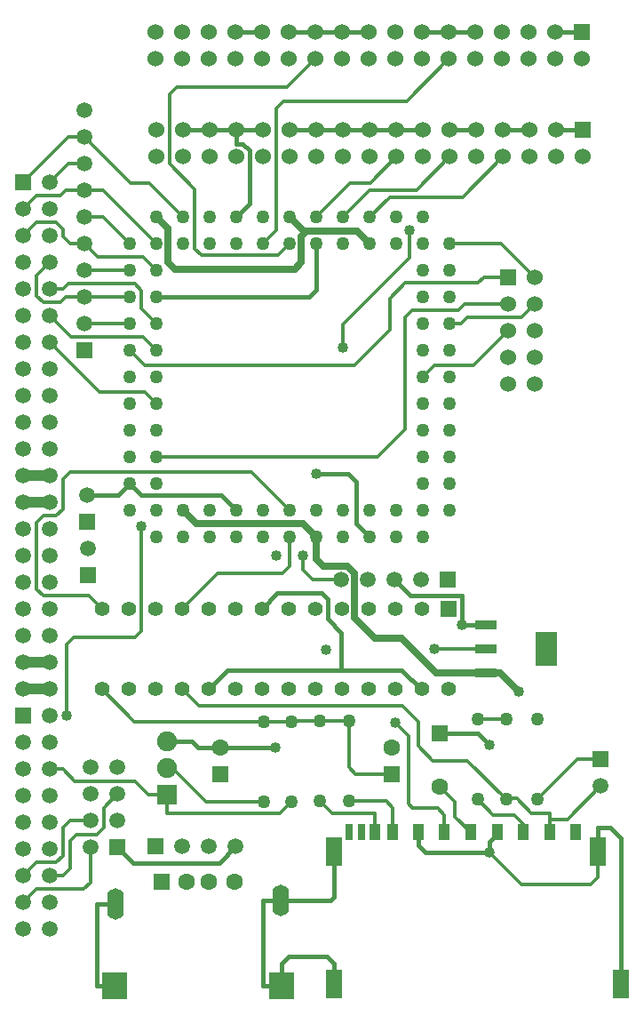
<source format=gbr>
G04 DipTrace 3.0.0.1*
G04 Top.gbr*
%MOIN*%
G04 #@! TF.FileFunction,Copper,L1,Top*
G04 #@! TF.Part,Single*
G04 #@! TA.AperFunction,Conductor*
%ADD13C,0.025*%
G04 #@! TA.AperFunction,ViaPad*
%ADD14C,0.04*%
G04 #@! TA.AperFunction,Conductor*
%ADD15C,0.013*%
%ADD16C,0.017*%
G04 #@! TA.AperFunction,ComponentPad*
%ADD17R,0.062992X0.062992*%
%ADD18C,0.062992*%
%ADD19R,0.059055X0.059055*%
%ADD20C,0.059055*%
%ADD21R,0.027559X0.059055*%
%ADD22R,0.03937X0.059055*%
%ADD23R,0.059055X0.110236*%
G04 #@! TA.AperFunction,ComponentPad*
%ADD24C,0.06*%
%ADD25R,0.06X0.06*%
%ADD26R,0.074803X0.074803*%
%ADD27C,0.074803*%
%ADD28C,0.05*%
%ADD29C,0.05*%
%ADD30C,0.055*%
%ADD33R,0.084646X0.037402*%
%ADD34R,0.084646X0.127953*%
G04 #@! TA.AperFunction,ComponentPad*
%ADD35C,0.062992*%
%ADD36O,0.062992X0.11811*%
%ADD37R,0.094488X0.102362*%
%FSLAX26Y26*%
G04*
G70*
G90*
G75*
G01*
G04 Top*
%LPD*%
X1076667Y2277314D2*
D13*
X1126980Y2227000D1*
X1526980D1*
X1576667Y2177314D1*
X1776667Y3277314D2*
X1729618Y3324362D1*
X1540096D1*
X1521167Y3305433D1*
Y3206814D1*
X1495167Y3180814D1*
X1047167D1*
X1021167Y3206814D1*
Y3332814D1*
X976667Y3377314D1*
X1540096Y3324362D2*
X1529618D1*
X1476667Y3377314D1*
X2212493Y1666762D2*
X2265245D1*
X2335194Y1596814D1*
X1576667Y2177314D2*
Y2093963D1*
X1602667Y2067963D1*
X1692478D1*
X1718478Y2041963D1*
Y1875612D1*
X1797157Y1796932D1*
X1895570D1*
X2025739Y1666762D1*
X2212493D1*
X2076667Y2977314D2*
D15*
X2121167D1*
X2144210Y3000357D1*
X2346196D1*
X2396693Y3050854D1*
X476667Y1607314D2*
D14*
X576667D1*
X476667Y1707314D2*
X576667D1*
X976667Y3077314D2*
D16*
X1550667D1*
X1576667Y3103314D1*
Y3277314D1*
X1971475Y1607312D2*
X1968106D1*
X1896961Y1678458D1*
X1633362D1*
X1670949D1*
Y1818091D1*
X1618478Y1870562D1*
Y1943564D1*
X1595741Y1966301D1*
X1430462D1*
X1371475Y1907314D1*
X1273870Y1016382D2*
X1212031Y954543D1*
X889026D1*
X830146Y1013424D1*
X1776667Y2177314D2*
X1725385Y2228596D1*
Y2384096D1*
X1695167Y2414314D1*
X1576667D1*
X1869037Y2018934D2*
X1929661Y1958310D1*
X2122474D1*
Y1847865D1*
X1643499Y502552D2*
Y577171D1*
X1617497Y603172D1*
X1471697D1*
X1445697Y577172D1*
Y493549D1*
X1376667Y3702825D2*
X1276667D1*
X717428Y2332745D2*
X832098D1*
X876667Y2377314D1*
X2254680Y1069875D2*
X2264294D1*
X2227585Y1033167D1*
Y994762D1*
X2224759D1*
X2631570Y999009D2*
Y1087129D1*
X2680600D1*
X2720593Y1047135D1*
Y594709D1*
X2718302Y592417D1*
Y502552D1*
X823650Y801816D2*
X752966D1*
Y493549D1*
X819713D1*
X1171475Y1607312D2*
X1241640Y1677479D1*
X1620247D1*
X1633362Y1678458D1*
X1276667Y3702825D2*
X1176667D1*
X1976667D2*
X1876667D1*
X476667Y2307314D2*
D14*
X576667D1*
X2476667Y3702825D2*
D16*
X2576667D1*
X2076667D2*
X2176667D1*
X2276667D2*
X2376667D1*
X1974438Y4069949D2*
X2074438D1*
X1474438D2*
X1574438D1*
X1374438D2*
X1274438D1*
X2474438D2*
X2574438D1*
X2122474Y1847865D2*
X2212493D1*
X1441760Y814316D2*
X1629997D1*
X1643499Y827818D1*
Y998996D1*
X1445697Y493549D2*
X1377761D1*
Y814316D1*
X1441760D1*
X1276667Y3702825D2*
Y3652325D1*
X1300167D1*
X1326167Y3626325D1*
Y3426814D1*
X1276667Y3377314D1*
X2226667Y1396814D2*
X2181513Y1441967D1*
X2040358D1*
X876667Y2377314D2*
X921235Y2332745D1*
X1221235D1*
X1276667Y2277314D1*
X2224759Y994762D2*
X2224711Y994810D1*
X1985419D1*
X1959417Y1020811D1*
Y1069862D1*
X1216769Y1388945D2*
X1132680D1*
X1110545Y1411080D1*
X1016656D1*
X1423265Y1388944D2*
X1216769Y1388945D1*
X1176667Y3702825D2*
X1076667D1*
X1576667D2*
X1476667D1*
X1676667D2*
X1576667D1*
X1776667D2*
X1676667D1*
X1876667D2*
X1776667D1*
X2074438Y4069949D2*
X2174438D1*
X1674438D2*
X1774438D1*
X1574438D2*
X1674438D1*
X2396693Y3150854D2*
D15*
X2270234Y3277314D1*
X2076667D1*
X2631570Y999009D2*
Y900766D1*
X2605570Y874766D1*
X2344755D1*
X2224759Y994762D1*
X476667Y2407314D2*
D14*
X576667D1*
X1860000Y1288944D2*
D15*
X1724427D1*
X1698425Y1314945D1*
Y1487560D1*
X2018478Y1757314D2*
X2212493D1*
X2040358Y1241967D2*
X2097017Y1185308D1*
Y1129113D1*
X2156268Y1069862D1*
X2182049Y1492831D2*
X2289516Y1493232D1*
X1378764Y1485744D2*
X893043D1*
X771475Y1607312D1*
X1483455Y1485298D2*
X1378764Y1485744D1*
X1590874Y1486593D2*
X1484751D1*
X1483455Y1485298D1*
X1698425Y1487560D2*
X1697458Y1486593D1*
X1590874D1*
X1669037Y2018934D2*
X1561655D1*
X1526787Y2053802D1*
Y2107463D1*
X1871474Y1481467D2*
X1921734Y1431207D1*
Y1176825D1*
X1936997Y1161562D1*
X2031828D1*
X2057829Y1135560D1*
Y1069836D1*
X2182049Y1192831D2*
X2241037Y1133843D1*
X2321220D1*
X2353105Y1101958D1*
Y1069875D1*
X1698425Y1187560D2*
X1837958D1*
X1863958Y1161560D1*
Y1069862D1*
X2289516Y1193232D2*
X2143996Y1338752D1*
X2012606D1*
X1958083Y1393276D1*
Y1484976D1*
X1899333Y1543726D1*
X1135062D1*
X1071475Y1607312D1*
X2451543Y1069862D2*
Y1118904D1*
Y1141835D1*
X2383104D1*
X2328245Y1196693D1*
X2292976D1*
X2289516Y1193232D1*
X2451543Y1118904D2*
X2519108D1*
X2644280Y1244076D1*
X1590874Y1186593D2*
X1636665Y1140802D1*
X1797016D1*
Y1069862D1*
X1071475Y1907314D2*
X1206125Y2041963D1*
X1450667D1*
X1476667Y2067963D1*
Y2177314D1*
X771475Y1907314D2*
X722446Y1956341D1*
X551694D1*
X525694Y1982341D1*
Y2230341D1*
X551694Y2256341D1*
X599694D1*
X625694Y2282341D1*
Y2395814D1*
X651694Y2421814D1*
X1332167D1*
X1476667Y2277314D1*
X706667Y2977314D2*
X876667D1*
X706667Y3177314D2*
X876667D1*
X476667Y3307314D2*
X525694Y3356341D1*
X599694D1*
X625694Y3330341D1*
Y3303314D1*
X651694Y3277314D1*
X706667D1*
X757639Y3226341D1*
X927639D1*
X976667Y3177314D1*
X476667Y3407314D2*
X525694Y3456341D1*
X615210D1*
X636182Y3477314D1*
X706667D1*
X776667D1*
X976667Y3277314D1*
X706667Y3577314D2*
X646667D1*
X576667Y3507314D1*
X706667Y3377314D2*
X776667D1*
X876667Y3277314D1*
X476667Y3507314D2*
X646667Y3677314D1*
X706667D1*
X880667Y3503314D1*
X950667D1*
X1076667Y3377314D1*
X876667Y3077314D2*
X706667D1*
X636182D1*
X615210Y3056341D1*
X551694D1*
X525694Y3082341D1*
Y3156341D1*
X576667Y3207314D1*
Y3107314D2*
X625694D1*
X644722Y3126341D1*
X895167D1*
X921167Y3100341D1*
Y3032814D1*
X976667Y2977314D1*
X576667Y2907314D2*
X762167Y2721814D1*
X932167D1*
X976667Y2677314D1*
X576667Y3007314D2*
X657639Y2926341D1*
X927639D1*
X976667Y2877314D1*
X1016656Y1311080D2*
X1036159D1*
X1161495Y1185744D1*
X1378764D1*
X639194Y1507314D2*
Y1773877D1*
X665194Y1799877D1*
X895167D1*
X921167Y1825877D1*
Y2218329D1*
X2296693Y3150854D2*
X2205840D1*
X2184547Y3129562D1*
X1910667D1*
X1853432Y3072327D1*
Y2954979D1*
X1720266Y2821814D1*
X932167D1*
X876667Y2877314D1*
X976667Y2477314D2*
X1805837D1*
X1910667Y2582143D1*
Y3000357D1*
X1936667Y3026357D1*
X2108913D1*
X2133411Y3050854D1*
X2296693D1*
X1976667Y2777314D2*
X2021167Y2821814D1*
X2167652D1*
X2296693Y2950854D1*
X2276667Y3602825D2*
X2126182Y3452341D1*
X1851694D1*
X1776667Y3377314D1*
X1876667Y3602825D2*
X1778182Y3504341D1*
X1703694D1*
X1576667Y3377314D1*
X1574438Y3969949D2*
X1467786Y3863297D1*
X1052167D1*
X1026167Y3837297D1*
Y3576814D1*
X1121167Y3481814D1*
Y3258814D1*
X1147167Y3232814D1*
X1432167D1*
X1476667Y3277314D1*
X1483455Y1185298D2*
X1438955Y1140798D1*
X1016656D1*
Y1211080D1*
X947253D1*
X895882Y1262451D1*
X670556D1*
X625694Y1307314D1*
X576667D1*
X2644280Y1344076D2*
X2557285D1*
X2405881Y1192672D1*
X730146Y1013424D2*
Y882341D1*
X704146Y856341D1*
X525694D1*
X476667Y807314D1*
X830146Y1213424D2*
X779175Y1162453D1*
Y1088451D1*
X753175Y1062451D1*
X677694D1*
X651694Y1036451D1*
Y933314D1*
X625694Y907314D1*
X576667D1*
X730146Y1113424D2*
X651694D1*
X625694Y1087424D1*
Y982341D1*
X599694Y956341D1*
X525694D1*
X476667Y907314D1*
X2074438Y3969949D2*
X1915783Y3811294D1*
X1452167D1*
X1426167Y3785294D1*
Y3326814D1*
X1376667Y3277314D1*
X1926172Y3328840D2*
Y3223067D1*
X1676667Y2973562D1*
Y2888861D1*
X2076667Y3602825D2*
X1952182Y3478341D1*
X1777694D1*
X1676667Y3377314D1*
D14*
X2335194Y1596814D3*
X2224759Y994762D3*
X1423265Y1388944D3*
X1576667Y2414314D3*
X2122474Y1847865D3*
X2226667Y1396814D3*
X2018478Y1757314D3*
X1425076Y2109075D3*
X1526787Y2107463D3*
X1871474Y1481467D3*
X1611337Y1752954D3*
X1676667Y2888861D3*
X1926172Y3328840D3*
X921167Y2218329D3*
X639194Y1507314D3*
D17*
X1216769Y1288945D3*
D18*
Y1388945D3*
D17*
X1860000Y1288944D3*
D18*
Y1388944D3*
X2040358Y1241967D3*
D17*
Y1441967D3*
D19*
X2644280Y1344076D3*
D20*
Y1244076D3*
D21*
X1698577Y1069875D3*
X1745861D3*
D22*
X1797016Y1069862D3*
X1863958D3*
X1959417D3*
X2057829Y1069836D3*
X2156268Y1069862D3*
X2254680Y1069875D3*
X2353105D3*
X2451543Y1069862D3*
X2549995Y1069875D3*
D23*
X1643499Y998996D3*
X2631570Y999009D3*
X1643499Y502552D3*
X2718302D3*
D19*
X476667Y3507314D3*
D20*
X576667D3*
X476667Y3407314D3*
X576667D3*
X476667Y3307314D3*
X576667D3*
X476667Y3207314D3*
X576667D3*
X476667Y3107314D3*
X576667D3*
X476667Y3007314D3*
X576667D3*
X476667Y2907314D3*
X576667D3*
X476667Y2807314D3*
X576667D3*
X476667Y2707314D3*
X576667D3*
X476667Y2607314D3*
X576667D3*
X476667Y2507314D3*
X576667D3*
X476667Y2407314D3*
X576667D3*
X476667Y2307314D3*
X576667D3*
X476667Y2207314D3*
X576667D3*
X476667Y2107314D3*
X576667D3*
X476667Y2007314D3*
X576667D3*
X476667Y1907314D3*
X576667D3*
X476667Y1807314D3*
X576667D3*
X476667Y1707314D3*
X576667D3*
X476667Y1607314D3*
X576667D3*
D19*
X2069037Y2018934D3*
D20*
X1969037D3*
X1869037D3*
X1769037D3*
X1669037D3*
D24*
X1376667Y3602825D3*
Y3702825D3*
X2576667Y3602825D3*
X2476667D3*
X2376667D3*
X2276667D3*
X2176667D3*
X2076667D3*
X1976667D3*
X1876667D3*
X1776667D3*
X1676667D3*
Y3702825D3*
X1776667D3*
X1876667D3*
X1976667D3*
X2076667D3*
X2176667D3*
X2276667D3*
X2376667D3*
X2476667D3*
D25*
X2576667D3*
D24*
X1576667D3*
Y3602825D3*
X1476667Y3702825D3*
Y3602825D3*
X1276667Y3702825D3*
Y3602825D3*
X1176667Y3702825D3*
Y3602825D3*
X1076667Y3702825D3*
Y3602825D3*
X976667Y3702825D3*
Y3602825D3*
X2396693Y2750854D3*
X2296693D3*
Y2850854D3*
X2396693D3*
X2296693Y2950854D3*
X2396693D3*
X2296693Y3050854D3*
X2396693D3*
Y3150854D3*
D25*
X2296693D3*
D19*
X476667Y1507314D3*
D20*
X576667D3*
X476667Y1407314D3*
X576667D3*
X476667Y1307314D3*
X576667D3*
X476667Y1207314D3*
X576667D3*
X476667Y1107314D3*
X576667D3*
X476667Y1007314D3*
X576667D3*
X476667Y907314D3*
X576667D3*
X476667Y807314D3*
X576667D3*
X476667Y707314D3*
X576667D3*
D26*
X1016656Y1211080D3*
D27*
Y1311080D3*
Y1411080D3*
D28*
X2182049Y1492831D3*
D29*
Y1192831D3*
D28*
X1590874Y1486593D3*
D29*
Y1186593D3*
D28*
X1698425Y1487560D3*
D29*
Y1187560D3*
D28*
X2289516Y1493232D3*
D29*
Y1193232D3*
D28*
X1378764Y1485744D3*
D29*
Y1185744D3*
D28*
X1483455Y1485298D3*
D29*
Y1185298D3*
D28*
X2405881Y1492672D3*
D29*
Y1192672D3*
D20*
X706667Y3777314D3*
Y3677314D3*
Y3577314D3*
Y3477314D3*
Y3377314D3*
Y3277314D3*
Y3177314D3*
Y3077314D3*
Y2977314D3*
D19*
Y2877314D3*
D17*
X2071475Y1907313D3*
D30*
X1971475D3*
X1871475D3*
X1771475D3*
X1671475D3*
X1571475D3*
X1471475D3*
X1371475D3*
X1271475D3*
X1171475D3*
X1071475D3*
X971475D3*
X871475D3*
X771475D3*
Y1607313D3*
X871475D3*
X971475D3*
X1071475D3*
X1171475D3*
X1271475D3*
X1371475D3*
X1471475D3*
X1571475D3*
X1671475D3*
X1771475D3*
X1871475D3*
X1971475D3*
X2071475D3*
D28*
X976667Y2177314D3*
X1076667D3*
X1176667D3*
X876667Y2277314D3*
Y2377314D3*
Y2477314D3*
Y2577314D3*
Y2677314D3*
Y2777314D3*
Y2877314D3*
Y2977314D3*
Y3077314D3*
Y3177314D3*
Y3277314D3*
X1176667Y3377314D3*
X1076667D3*
X976667D3*
Y2277314D3*
Y2377314D3*
Y2477314D3*
Y2577314D3*
Y2677314D3*
Y2777314D3*
Y2877314D3*
Y2977314D3*
Y3077314D3*
Y3177314D3*
Y3277314D3*
X1076667D3*
X1176667D3*
Y2277314D3*
X1076667D3*
X1576667Y2177314D3*
D29*
X1476667D3*
D28*
X1376667D3*
X1276667D3*
X1676667D3*
X1776667D3*
X1876667D3*
X1976667D3*
X2076667Y2277314D3*
Y2377314D3*
Y2477314D3*
Y2577314D3*
Y2677314D3*
Y2777314D3*
Y2877314D3*
Y2977314D3*
Y3077314D3*
Y3177314D3*
Y3277314D3*
X1976667Y3377314D3*
X1876667D3*
X1776667D3*
X1676667D3*
X1576667D3*
X1476667D3*
X1376667D3*
X1276667D3*
Y3277314D3*
X1376667D3*
X1476667D3*
X1576667D3*
X1676667D3*
X1776667D3*
X1876667D3*
X1976667D3*
Y3177314D3*
Y3077314D3*
Y2977314D3*
Y2877314D3*
Y2777314D3*
Y2677314D3*
Y2577314D3*
Y2477314D3*
Y2377314D3*
Y2277314D3*
X1876667D3*
X1776667D3*
X1676667D3*
X1576667D3*
X1476667D3*
X1376667D3*
X1276667D3*
D33*
X2212493Y1847865D3*
Y1757314D3*
Y1666762D3*
D34*
X2440840Y1757314D3*
D19*
X973870Y1016382D3*
D20*
X1073870D3*
X1173870D3*
X1273870D3*
D35*
X1269909Y885281D3*
X1174584D3*
X1090824D3*
D17*
X995500D3*
D36*
X823650Y801816D3*
X1441760Y814316D3*
D37*
X819713Y493549D3*
X1445697D3*
D19*
X830146Y1013424D3*
D20*
X730146D3*
X830146Y1113424D3*
X730146D3*
X830146Y1213424D3*
X730146D3*
X830146Y1313424D3*
X730146D3*
D24*
X1374438Y3969949D3*
Y4069949D3*
X2574438Y3969949D3*
X2474438D3*
X2374438D3*
X2274438D3*
X2174438D3*
X2074438D3*
X1974438D3*
X1874438D3*
X1774438D3*
X1674438D3*
Y4069949D3*
X1774438D3*
X1874438D3*
X1974438D3*
X2074438D3*
X2174438D3*
X2274438D3*
X2374438D3*
X2474438D3*
D25*
X2574438D3*
D24*
X1574438D3*
Y3969949D3*
X1474438Y4069949D3*
Y3969949D3*
X1274438Y4069949D3*
Y3969949D3*
X1174438Y4069949D3*
Y3969949D3*
X1074438Y4069949D3*
Y3969949D3*
X974438Y4069949D3*
Y3969949D3*
D19*
X717428Y2232745D3*
D20*
Y2332745D3*
D19*
X718202Y2032892D3*
D20*
Y2132892D3*
M02*

</source>
